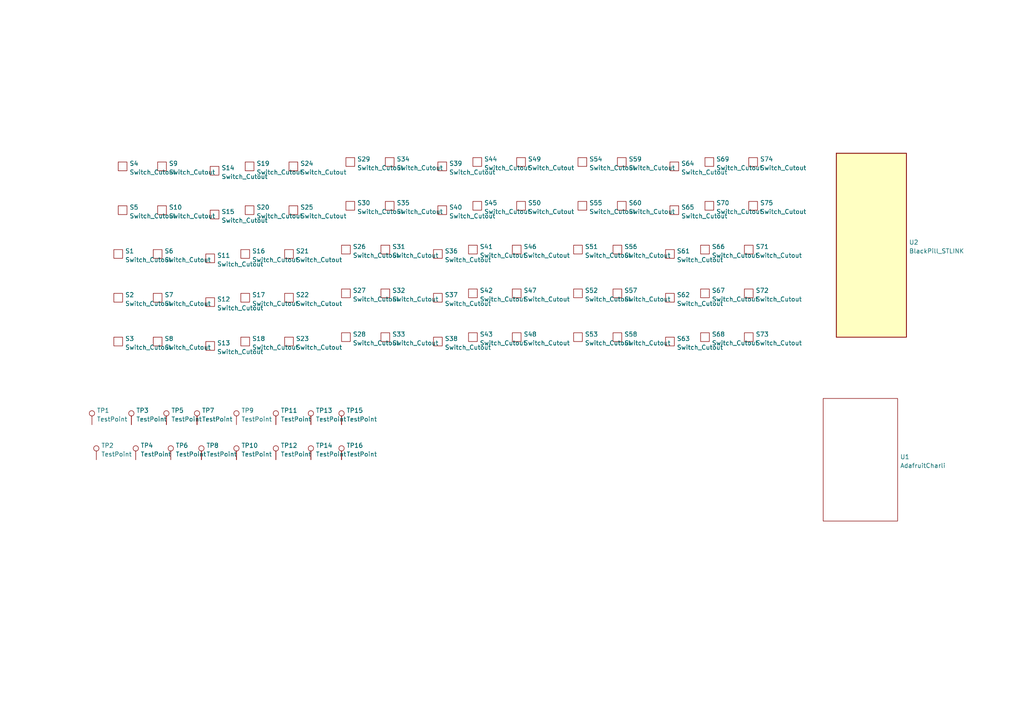
<source format=kicad_sch>
(kicad_sch (version 20211123) (generator eeschema)
  (paper "A4")
  (lib_symbols
    (symbol "Connector:TestPoint" (pin_numbers hide) (pin_names (offset 0.762) hide)
      (property "Reference" "TP" (at 0 6.858 0))
      (property "Value" "TestPoint" (at 0 5.08 0))
      (symbol "TestPoint_0_1"
        (circle (center 0 3.302) (radius 0.762))
      )
      (symbol "TestPoint_1_1"
        (pin passive line (at 0 0 90) (length 2.54) (name "1") (number "1"))
      )
    )
    (symbol "Kailh:Switch_Cutout"
      (property "Reference" "S" (at 0 5.08 0))
      (property "Value" "Switch_Cutout" (at 0 -2.54 0))
      (symbol "Switch_Cutout_0_1"
        (rectangle (start -1.27 1.27) (end 1.27 -1.27) (stroke (width 0.1524)))
      )
    )
    (symbol "kailh-local:AdafruitCharli"
      (property "Reference" "U" (at 0 21.59 0))
      (property "Value" "AdafruitCharli" (at -1.27 -26.67 0))
      (symbol "AdafruitCharli_0_1"
        (rectangle (start -11.43 -22.86) (end 10.16 12.7) (stroke (width 0.1524)))
      )
    )
    (symbol "kailh-local:BlackPill_STLINK"
      (property "Reference" "U" (at 4.5594 -27.5495 0))
      (property "Value" "BlackPill_STLINK" (at 4.5594 -30.3246 0))
      (symbol "BlackPill_STLINK_0_1"
        (rectangle (start -10.16 27.94) (end 10.16 -25.4) (stroke (width 0.254)) (fill (type background)))
      )
    )
  )
  (symbol (lib_id "Connector:TestPoint") (at 58.42 133.35 0) (unit 1)
    (property "Reference" "TP8" (at 59.817 129.2133 0) (effects (justify left)))
    (property "Value" "TestPoint" (at 59.817 131.7502 0) (effects (justify left)))
    (property "Footprint" "MountingHole:MountingHole_2.2mm_M2_ISO7380_Pad" (effects hide))
  )
  (symbol (lib_id "Kailh:Switch_Cutout") (at 151.13 46.99 0) (unit 1)
    (property "Reference" "S49" (at 153.1112 46.1553 0) (effects (justify left)))
    (property "Value" "Switch_Cutout" (at 153.1112 48.6922 0) (effects (justify left)))
    (property "Footprint" "kailh:SW_Kailh_Choc_Cutout" (effects hide))
  )
  (symbol (lib_id "Kailh:Switch_Cutout") (at 168.91 46.99 0) (unit 1)
    (property "Reference" "S54" (at 170.8912 46.1553 0) (effects (justify left)))
    (property "Value" "Switch_Cutout" (at 170.8912 48.6922 0) (effects (justify left)))
    (property "Footprint" "kailh:SW_Kailh_Choc_Cutout" (effects hide))
  )
  (symbol (lib_id "Kailh:Switch_Cutout") (at 218.44 59.69 0) (unit 1)
    (property "Reference" "S75" (at 220.4212 58.8553 0) (effects (justify left)))
    (property "Value" "Switch_Cutout" (at 220.4212 61.3922 0) (effects (justify left)))
    (property "Footprint" "kailh:SW_Kailh_Choc_Cutout" (effects hide))
  )
  (symbol (lib_id "Kailh:Switch_Cutout") (at 137.16 97.79 0) (unit 1)
    (property "Reference" "S43" (at 139.1412 96.9553 0) (effects (justify left)))
    (property "Value" "Switch_Cutout" (at 139.1412 99.4922 0) (effects (justify left)))
    (property "Footprint" "kailh:SW_Kailh_Choc_Cutout" (effects hide))
  )
  (symbol (lib_id "Connector:TestPoint") (at 80.01 123.19 0) (unit 1)
    (property "Reference" "TP11" (at 81.407 119.0533 0) (effects (justify left)))
    (property "Value" "TestPoint" (at 81.407 121.5902 0) (effects (justify left)))
    (property "Footprint" "MountingHole:MountingHole_2.2mm_M2_ISO7380_Pad" (effects hide))
  )
  (symbol (lib_id "Kailh:Switch_Cutout") (at 167.64 72.39 0) (unit 1)
    (property "Reference" "S51" (at 169.6212 71.5553 0) (effects (justify left)))
    (property "Value" "Switch_Cutout" (at 169.6212 74.0922 0) (effects (justify left)))
    (property "Footprint" "kailh:SW_Kailh_Choc_Cutout" (effects hide))
  )
  (symbol (lib_id "Connector:TestPoint") (at 39.37 133.35 0) (unit 1)
    (property "Reference" "TP4" (at 40.767 129.2133 0) (effects (justify left)))
    (property "Value" "TestPoint" (at 40.767 131.7502 0) (effects (justify left)))
    (property "Footprint" "MountingHole:MountingHole_2.2mm_M2_ISO7380_Pad" (effects hide))
  )
  (symbol (lib_id "Connector:TestPoint") (at 80.01 133.35 0) (unit 1)
    (property "Reference" "TP12" (at 81.407 129.2133 0) (effects (justify left)))
    (property "Value" "TestPoint" (at 81.407 131.7502 0) (effects (justify left)))
    (property "Footprint" "MountingHole:MountingHole_2.2mm_M2_ISO7380_Pad" (effects hide))
  )
  (symbol (lib_id "Kailh:Switch_Cutout") (at 100.33 85.09 0) (unit 1)
    (property "Reference" "S27" (at 102.3112 84.2553 0) (effects (justify left)))
    (property "Value" "Switch_Cutout" (at 102.3112 86.7922 0) (effects (justify left)))
    (property "Footprint" "kailh:SW_Kailh_Choc_Cutout" (effects hide))
  )
  (symbol (lib_id "Kailh:Switch_Cutout") (at 34.29 99.06 0) (unit 1)
    (property "Reference" "S3" (at 36.2712 98.2253 0) (effects (justify left)))
    (property "Value" "Switch_Cutout" (at 36.2712 100.7622 0) (effects (justify left)))
    (property "Footprint" "kailh:SW_Kailh_Choc_Cutout" (effects hide))
  )
  (symbol (lib_id "Kailh:Switch_Cutout") (at 204.47 72.39 0) (unit 1)
    (property "Reference" "S66" (at 206.4512 71.5553 0) (effects (justify left)))
    (property "Value" "Switch_Cutout" (at 206.4512 74.0922 0) (effects (justify left)))
    (property "Footprint" "kailh:SW_Kailh_Choc_Cutout" (effects hide))
  )
  (symbol (lib_id "Kailh:Switch_Cutout") (at 71.12 99.06 0) (unit 1)
    (property "Reference" "S18" (at 73.1012 98.2253 0) (effects (justify left)))
    (property "Value" "Switch_Cutout" (at 73.1012 100.7622 0) (effects (justify left)))
    (property "Footprint" "kailh:SW_Kailh_Choc_Cutout" (effects hide))
  )
  (symbol (lib_id "Kailh:Switch_Cutout") (at 45.72 73.66 0) (unit 1)
    (property "Reference" "S6" (at 47.7012 72.8253 0) (effects (justify left)))
    (property "Value" "Switch_Cutout" (at 47.7012 75.3622 0) (effects (justify left)))
    (property "Footprint" "kailh:SW_Kailh_Choc_Cutout" (effects hide))
  )
  (symbol (lib_id "Kailh:Switch_Cutout") (at 100.33 72.39 0) (unit 1)
    (property "Reference" "S26" (at 102.3112 71.5553 0) (effects (justify left)))
    (property "Value" "Switch_Cutout" (at 102.3112 74.0922 0) (effects (justify left)))
    (property "Footprint" "kailh:SW_Kailh_Choc_Cutout" (effects hide))
  )
  (symbol (lib_id "Kailh:Switch_Cutout") (at 137.16 72.39 0) (unit 1)
    (property "Reference" "S41" (at 139.1412 71.5553 0) (effects (justify left)))
    (property "Value" "Switch_Cutout" (at 139.1412 74.0922 0) (effects (justify left)))
    (property "Footprint" "kailh:SW_Kailh_Choc_Cutout" (effects hide))
  )
  (symbol (lib_id "Kailh:Switch_Cutout") (at 167.64 97.79 0) (unit 1)
    (property "Reference" "S53" (at 169.6212 96.9553 0) (effects (justify left)))
    (property "Value" "Switch_Cutout" (at 169.6212 99.4922 0) (effects (justify left)))
    (property "Footprint" "kailh:SW_Kailh_Choc_Cutout" (effects hide))
  )
  (symbol (lib_id "Kailh:Switch_Cutout") (at 217.17 97.79 0) (unit 1)
    (property "Reference" "S73" (at 219.1512 96.9553 0) (effects (justify left)))
    (property "Value" "Switch_Cutout" (at 219.1512 99.4922 0) (effects (justify left)))
    (property "Footprint" "kailh:SW_Kailh_Choc_Cutout" (effects hide))
  )
  (symbol (lib_id "Kailh:Switch_Cutout") (at 62.23 62.23 0) (unit 1)
    (property "Reference" "S15" (at 64.2112 61.3953 0) (effects (justify left)))
    (property "Value" "Switch_Cutout" (at 64.2112 63.9322 0) (effects (justify left)))
    (property "Footprint" "kailh:SW_Kailh_Choc_Cutout" (effects hide))
  )
  (symbol (lib_id "Kailh:Switch_Cutout") (at 72.39 60.96 0) (unit 1)
    (property "Reference" "S20" (at 74.3712 60.1253 0) (effects (justify left)))
    (property "Value" "Switch_Cutout" (at 74.3712 62.6622 0) (effects (justify left)))
    (property "Footprint" "kailh:SW_Kailh_Choc_Cutout" (effects hide))
  )
  (symbol (lib_id "Connector:TestPoint") (at 68.58 133.35 0) (unit 1)
    (property "Reference" "TP10" (at 69.977 129.2133 0) (effects (justify left)))
    (property "Value" "TestPoint" (at 69.977 131.7502 0) (effects (justify left)))
    (property "Footprint" "MountingHole:MountingHole_2.2mm_M2_ISO7380_Pad" (effects hide))
  )
  (symbol (lib_id "Kailh:Switch_Cutout") (at 138.43 46.99 0) (unit 1)
    (property "Reference" "S44" (at 140.4112 46.1553 0) (effects (justify left)))
    (property "Value" "Switch_Cutout" (at 140.4112 48.6922 0) (effects (justify left)))
    (property "Footprint" "kailh:SW_Kailh_Choc_Cutout" (effects hide))
  )
  (symbol (lib_id "Kailh:Switch_Cutout") (at 83.82 73.66 0) (unit 1)
    (property "Reference" "S21" (at 85.8012 72.8253 0) (effects (justify left)))
    (property "Value" "Switch_Cutout" (at 85.8012 75.3622 0) (effects (justify left)))
    (property "Footprint" "kailh:SW_Kailh_Choc_Cutout" (effects hide))
  )
  (symbol (lib_id "Kailh:Switch_Cutout") (at 167.64 85.09 0) (unit 1)
    (property "Reference" "S52" (at 169.6212 84.2553 0) (effects (justify left)))
    (property "Value" "Switch_Cutout" (at 169.6212 86.7922 0) (effects (justify left)))
    (property "Footprint" "kailh:SW_Kailh_Choc_Cutout" (effects hide))
  )
  (symbol (lib_id "Kailh:Switch_Cutout") (at 127 73.66 0) (unit 1)
    (property "Reference" "S36" (at 128.9812 72.8253 0) (effects (justify left)))
    (property "Value" "Switch_Cutout" (at 128.9812 75.3622 0) (effects (justify left)))
    (property "Footprint" "kailh:SW_Kailh_Choc_Cutout" (effects hide))
  )
  (symbol (lib_id "Kailh:Switch_Cutout") (at 149.86 97.79 0) (unit 1)
    (property "Reference" "S48" (at 151.8412 96.9553 0) (effects (justify left)))
    (property "Value" "Switch_Cutout" (at 151.8412 99.4922 0) (effects (justify left)))
    (property "Footprint" "kailh:SW_Kailh_Choc_Cutout" (effects hide))
  )
  (symbol (lib_id "Kailh:Switch_Cutout") (at 85.09 48.26 0) (unit 1)
    (property "Reference" "S24" (at 87.0712 47.4253 0) (effects (justify left)))
    (property "Value" "Switch_Cutout" (at 87.0712 49.9622 0) (effects (justify left)))
    (property "Footprint" "kailh:SW_Kailh_Choc_Cutout" (effects hide))
  )
  (symbol (lib_id "Kailh:Switch_Cutout") (at 46.99 60.96 0) (unit 1)
    (property "Reference" "S10" (at 48.9712 60.1253 0) (effects (justify left)))
    (property "Value" "Switch_Cutout" (at 48.9712 62.6622 0) (effects (justify left)))
    (property "Footprint" "kailh:SW_Kailh_Choc_Cutout" (effects hide))
  )
  (symbol (lib_id "Kailh:Switch_Cutout") (at 180.34 59.69 0) (unit 1)
    (property "Reference" "S60" (at 182.3212 58.8553 0) (effects (justify left)))
    (property "Value" "Switch_Cutout" (at 182.3212 61.3922 0) (effects (justify left)))
    (property "Footprint" "kailh:SW_Kailh_Choc_Cutout" (effects hide))
  )
  (symbol (lib_id "Kailh:Switch_Cutout") (at 179.07 85.09 0) (unit 1)
    (property "Reference" "S57" (at 181.0512 84.2553 0) (effects (justify left)))
    (property "Value" "Switch_Cutout" (at 181.0512 86.7922 0) (effects (justify left)))
    (property "Footprint" "kailh:SW_Kailh_Choc_Cutout" (effects hide))
  )
  (symbol (lib_id "Kailh:Switch_Cutout") (at 71.12 86.36 0) (unit 1)
    (property "Reference" "S17" (at 73.1012 85.5253 0) (effects (justify left)))
    (property "Value" "Switch_Cutout" (at 73.1012 88.0622 0) (effects (justify left)))
    (property "Footprint" "kailh:SW_Kailh_Choc_Cutout" (effects hide))
  )
  (symbol (lib_id "Kailh:Switch_Cutout") (at 45.72 86.36 0) (unit 1)
    (property "Reference" "S7" (at 47.7012 85.5253 0) (effects (justify left)))
    (property "Value" "Switch_Cutout" (at 47.7012 88.0622 0) (effects (justify left)))
    (property "Footprint" "kailh:SW_Kailh_Choc_Cutout" (effects hide))
  )
  (symbol (lib_id "Kailh:Switch_Cutout") (at 127 99.06 0) (unit 1)
    (property "Reference" "S38" (at 128.9812 98.2253 0) (effects (justify left)))
    (property "Value" "Switch_Cutout" (at 128.9812 100.7622 0) (effects (justify left)))
    (property "Footprint" "kailh:SW_Kailh_Choc_Cutout" (effects hide))
  )
  (symbol (lib_id "Kailh:Switch_Cutout") (at 195.58 48.26 0) (unit 1)
    (property "Reference" "S64" (at 197.5612 47.4253 0) (effects (justify left)))
    (property "Value" "Switch_Cutout" (at 197.5612 49.9622 0) (effects (justify left)))
    (property "Footprint" "kailh:SW_Kailh_Choc_Cutout" (effects hide))
  )
  (symbol (lib_id "Kailh:Switch_Cutout") (at 205.74 59.69 0) (unit 1)
    (property "Reference" "S70" (at 207.7212 58.8553 0) (effects (justify left)))
    (property "Value" "Switch_Cutout" (at 207.7212 61.3922 0) (effects (justify left)))
    (property "Footprint" "kailh:SW_Kailh_Choc_Cutout" (effects hide))
  )
  (symbol (lib_id "Kailh:Switch_Cutout") (at 194.31 73.66 0) (unit 1)
    (property "Reference" "S61" (at 196.2912 72.8253 0) (effects (justify left)))
    (property "Value" "Switch_Cutout" (at 196.2912 75.3622 0) (effects (justify left)))
    (property "Footprint" "kailh:SW_Kailh_Choc_Cutout" (effects hide))
  )
  (symbol (lib_id "Connector:TestPoint") (at 99.06 133.35 0) (unit 1)
    (property "Reference" "TP16" (at 100.457 129.2133 0) (effects (justify left)))
    (property "Value" "TestPoint" (at 100.457 131.7502 0) (effects (justify left)))
    (property "Footprint" "MountingHole:MountingHole_2.2mm_M2_ISO7380_Pad" (effects hide))
  )
  (symbol (lib_id "Kailh:Switch_Cutout") (at 180.34 46.99 0) (unit 1)
    (property "Reference" "S59" (at 182.3212 46.1553 0) (effects (justify left)))
    (property "Value" "Switch_Cutout" (at 182.3212 48.6922 0) (effects (justify left)))
    (property "Footprint" "kailh:SW_Kailh_Choc_Cutout" (effects hide))
  )
  (symbol (lib_id "Kailh:Switch_Cutout") (at 111.76 85.09 0) (unit 1)
    (property "Reference" "S32" (at 113.7412 84.2553 0) (effects (justify left)))
    (property "Value" "Switch_Cutout" (at 113.7412 86.7922 0) (effects (justify left)))
    (property "Footprint" "kailh:SW_Kailh_Choc_Cutout" (effects hide))
  )
  (symbol (lib_id "Kailh:Switch_Cutout") (at 34.29 73.66 0) (unit 1)
    (property "Reference" "S1" (at 36.2712 72.8253 0) (effects (justify left)))
    (property "Value" "Switch_Cutout" (at 36.2712 75.3622 0) (effects (justify left)))
    (property "Footprint" "kailh:SW_Kailh_Choc_Cutout" (effects hide))
  )
  (symbol (lib_id "Kailh:Switch_Cutout") (at 151.13 59.69 0) (unit 1)
    (property "Reference" "S50" (at 153.1112 58.8553 0) (effects (justify left)))
    (property "Value" "Switch_Cutout" (at 153.1112 61.3922 0) (effects (justify left)))
    (property "Footprint" "kailh:SW_Kailh_Choc_Cutout" (effects hide))
  )
  (symbol (lib_id "Kailh:Switch_Cutout") (at 204.47 85.09 0) (unit 1)
    (property "Reference" "S67" (at 206.4512 84.2553 0) (effects (justify left)))
    (property "Value" "Switch_Cutout" (at 206.4512 86.7922 0) (effects (justify left)))
    (property "Footprint" "kailh:SW_Kailh_Choc_Cutout" (effects hide))
  )
  (symbol (lib_id "Kailh:Switch_Cutout") (at 60.96 87.63 0) (unit 1)
    (property "Reference" "S12" (at 62.9412 86.7953 0) (effects (justify left)))
    (property "Value" "Switch_Cutout" (at 62.9412 89.3322 0) (effects (justify left)))
    (property "Footprint" "kailh:SW_Kailh_Choc_Cutout" (effects hide))
  )
  (symbol (lib_id "Kailh:Switch_Cutout") (at 111.76 97.79 0) (unit 1)
    (property "Reference" "S33" (at 113.7412 96.9553 0) (effects (justify left)))
    (property "Value" "Switch_Cutout" (at 113.7412 99.4922 0) (effects (justify left)))
    (property "Footprint" "kailh:SW_Kailh_Choc_Cutout" (effects hide))
  )
  (symbol (lib_id "Kailh:Switch_Cutout") (at 113.03 46.99 0) (unit 1)
    (property "Reference" "S34" (at 115.0112 46.1553 0) (effects (justify left)))
    (property "Value" "Switch_Cutout" (at 115.0112 48.6922 0) (effects (justify left)))
    (property "Footprint" "kailh:SW_Kailh_Choc_Cutout" (effects hide))
  )
  (symbol (lib_id "Kailh:Switch_Cutout") (at 218.44 46.99 0) (unit 1)
    (property "Reference" "S74" (at 220.4212 46.1553 0) (effects (justify left)))
    (property "Value" "Switch_Cutout" (at 220.4212 48.6922 0) (effects (justify left)))
    (property "Footprint" "kailh:SW_Kailh_Choc_Cutout" (effects hide))
  )
  (symbol (lib_id "Connector:TestPoint") (at 49.53 133.35 0) (unit 1)
    (property "Reference" "TP6" (at 50.927 129.2133 0) (effects (justify left)))
    (property "Value" "TestPoint" (at 50.927 131.7502 0) (effects (justify left)))
    (property "Footprint" "MountingHole:MountingHole_2.2mm_M2_ISO7380_Pad" (effects hide))
  )
  (symbol (lib_id "Kailh:Switch_Cutout") (at 217.17 72.39 0) (unit 1)
    (property "Reference" "S71" (at 219.1512 71.5553 0) (effects (justify left)))
    (property "Value" "Switch_Cutout" (at 219.1512 74.0922 0) (effects (justify left)))
    (property "Footprint" "kailh:SW_Kailh_Choc_Cutout" (effects hide))
  )
  (symbol (lib_id "Kailh:Switch_Cutout") (at 204.47 97.79 0) (unit 1)
    (property "Reference" "S68" (at 206.4512 96.9553 0) (effects (justify left)))
    (property "Value" "Switch_Cutout" (at 206.4512 99.4922 0) (effects (justify left)))
    (property "Footprint" "kailh:SW_Kailh_Choc_Cutout" (effects hide))
  )
  (symbol (lib_id "Connector:TestPoint") (at 27.94 133.35 0) (unit 1)
    (property "Reference" "TP2" (at 29.337 129.2133 0) (effects (justify left)))
    (property "Value" "TestPoint" (at 29.337 131.7502 0) (effects (justify left)))
    (property "Footprint" "MountingHole:MountingHole_2.2mm_M2_ISO7380_Pad" (effects hide))
  )
  (symbol (lib_id "Kailh:Switch_Cutout") (at 71.12 73.66 0) (unit 1)
    (property "Reference" "S16" (at 73.1012 72.8253 0) (effects (justify left)))
    (property "Value" "Switch_Cutout" (at 73.1012 75.3622 0) (effects (justify left)))
    (property "Footprint" "kailh:SW_Kailh_Choc_Cutout" (effects hide))
  )
  (symbol (lib_id "Kailh:Switch_Cutout") (at 111.76 72.39 0) (unit 1)
    (property "Reference" "S31" (at 113.7412 71.5553 0) (effects (justify left)))
    (property "Value" "Switch_Cutout" (at 113.7412 74.0922 0) (effects (justify left)))
    (property "Footprint" "kailh:SW_Kailh_Choc_Cutout" (effects hide))
  )
  (symbol (lib_id "Kailh:Switch_Cutout") (at 149.86 85.09 0) (unit 1)
    (property "Reference" "S47" (at 151.8412 84.2553 0) (effects (justify left)))
    (property "Value" "Switch_Cutout" (at 151.8412 86.7922 0) (effects (justify left)))
    (property "Footprint" "kailh:SW_Kailh_Choc_Cutout" (effects hide))
  )
  (symbol (lib_id "Connector:TestPoint") (at 68.58 123.19 0) (unit 1)
    (property "Reference" "TP9" (at 69.977 119.0533 0) (effects (justify left)))
    (property "Value" "TestPoint" (at 69.977 121.5902 0) (effects (justify left)))
    (property "Footprint" "MountingHole:MountingHole_2.2mm_M2_ISO7380_Pad" (effects hide))
  )
  (symbol (lib_id "Kailh:Switch_Cutout") (at 85.09 60.96 0) (unit 1)
    (property "Reference" "S25" (at 87.0712 60.1253 0) (effects (justify left)))
    (property "Value" "Switch_Cutout" (at 87.0712 62.6622 0) (effects (justify left)))
    (property "Footprint" "kailh:SW_Kailh_Choc_Cutout" (effects hide))
  )
  (symbol (lib_id "Connector:TestPoint") (at 38.1 123.19 0) (unit 1)
    (property "Reference" "TP3" (at 39.497 119.0533 0) (effects (justify left)))
    (property "Value" "TestPoint" (at 39.497 121.5902 0) (effects (justify left)))
    (property "Footprint" "MountingHole:MountingHole_2.2mm_M2_ISO7380_Pad" (effects hide))
  )
  (symbol (lib_id "Kailh:Switch_Cutout") (at 195.58 60.96 0) (unit 1)
    (property "Reference" "S65" (at 197.5612 60.1253 0) (effects (justify left)))
    (property "Value" "Switch_Cutout" (at 197.5612 62.6622 0) (effects (justify left)))
    (property "Footprint" "kailh:SW_Kailh_Choc_Cutout" (effects hide))
  )
  (symbol (lib_id "Kailh:Switch_Cutout") (at 194.31 86.36 0) (unit 1)
    (property "Reference" "S62" (at 196.2912 85.5253 0) (effects (justify left)))
    (property "Value" "Switch_Cutout" (at 196.2912 88.0622 0) (effects (justify left)))
    (property "Footprint" "kailh:SW_Kailh_Choc_Cutout" (effects hide))
  )
  (symbol (lib_id "Kailh:Switch_Cutout") (at 46.99 48.26 0) (unit 1)
    (property "Reference" "S9" (at 48.9712 47.4253 0) (effects (justify left)))
    (property "Value" "Switch_Cutout" (at 48.9712 49.9622 0) (effects (justify left)))
    (property "Footprint" "kailh:SW_Kailh_Choc_Cutout" (effects hide))
  )
  (symbol (lib_id "Connector:TestPoint") (at 90.17 133.35 0) (unit 1)
    (property "Reference" "TP14" (at 91.567 129.2133 0) (effects (justify left)))
    (property "Value" "TestPoint" (at 91.567 131.7502 0) (effects (justify left)))
    (property "Footprint" "MountingHole:MountingHole_2.2mm_M2_ISO7380_Pad" (effects hide))
  )
  (symbol (lib_id "Connector:TestPoint") (at 99.06 123.19 0) (unit 1)
    (property "Reference" "TP15" (at 100.457 119.0533 0) (effects (justify left)))
    (property "Value" "TestPoint" (at 100.457 121.5902 0) (effects (justify left)))
    (property "Footprint" "MountingHole:MountingHole_2.2mm_M2_ISO7380_Pad" (effects hide))
  )
  (symbol (lib_id "Kailh:Switch_Cutout") (at 83.82 99.06 0) (unit 1)
    (property "Reference" "S23" (at 85.8012 98.2253 0) (effects (justify left)))
    (property "Value" "Switch_Cutout" (at 85.8012 100.7622 0) (effects (justify left)))
    (property "Footprint" "kailh:SW_Kailh_Choc_Cutout" (effects hide))
  )
  (symbol (lib_id "Kailh:Switch_Cutout") (at 138.43 59.69 0) (unit 1)
    (property "Reference" "S45" (at 140.4112 58.8553 0) (effects (justify left)))
    (property "Value" "Switch_Cutout" (at 140.4112 61.3922 0) (effects (justify left)))
    (property "Footprint" "kailh:SW_Kailh_Choc_Cutout" (effects hide))
  )
  (symbol (lib_id "Connector:TestPoint") (at 26.67 123.19 0) (unit 1)
    (property "Reference" "TP1" (at 28.067 119.0533 0) (effects (justify left)))
    (property "Value" "TestPoint" (at 28.067 121.5902 0) (effects (justify left)))
    (property "Footprint" "MountingHole:MountingHole_2.2mm_M2_ISO7380_Pad" (effects hide))
  )
  (symbol (lib_id "Kailh:Switch_Cutout") (at 34.29 86.36 0) (unit 1)
    (property "Reference" "S2" (at 36.2712 85.5253 0) (effects (justify left)))
    (property "Value" "Switch_Cutout" (at 36.2712 88.0622 0) (effects (justify left)))
    (property "Footprint" "kailh:SW_Kailh_Choc_Cutout" (effects hide))
  )
  (symbol (lib_id "kailh-local:BlackPill_STLINK") (at 252.73 72.39 0) (unit 1)
    (property "Reference" "U2" (at 263.652 70.2853 0) (effects (justify left)))
    (property "Value" "BlackPill_STLINK" (at 263.652 72.8222 0) (effects (justify left)))
    (property "Footprint" "kailh:BlackPill_STLINK" (effects hide))
  )
  (symbol (lib_id "Kailh:Switch_Cutout") (at 179.07 97.79 0) (unit 1)
    (property "Reference" "S58" (at 181.0512 96.9553 0) (effects (justify left)))
    (property "Value" "Switch_Cutout" (at 181.0512 99.4922 0) (effects (justify left)))
    (property "Footprint" "kailh:SW_Kailh_Choc_Cutout" (effects hide))
  )
  (symbol (lib_id "Kailh:Switch_Cutout") (at 217.17 85.09 0) (unit 1)
    (property "Reference" "S72" (at 219.1512 84.2553 0) (effects (justify left)))
    (property "Value" "Switch_Cutout" (at 219.1512 86.7922 0) (effects (justify left)))
    (property "Footprint" "kailh:SW_Kailh_Choc_Cutout" (effects hide))
  )
  (symbol (lib_id "kailh-local:AdafruitCharli") (at 250.19 128.27 0) (unit 1)
    (property "Reference" "U1" (at 261.0612 132.5153 0) (effects (justify left)))
    (property "Value" "AdafruitCharli" (at 261.0612 135.0522 0) (effects (justify left)))
    (property "Footprint" "kailh:AdafruitCharliplex" (effects hide))
  )
  (symbol (lib_id "Kailh:Switch_Cutout") (at 35.56 48.26 0) (unit 1)
    (property "Reference" "S4" (at 37.5412 47.4253 0) (effects (justify left)))
    (property "Value" "Switch_Cutout" (at 37.5412 49.9622 0) (effects (justify left)))
    (property "Footprint" "kailh:SW_Kailh_Choc_Cutout" (effects hide))
  )
  (symbol (lib_id "Kailh:Switch_Cutout") (at 101.6 59.69 0) (unit 1)
    (property "Reference" "S30" (at 103.5812 58.8553 0) (effects (justify left)))
    (property "Value" "Switch_Cutout" (at 103.5812 61.3922 0) (effects (justify left)))
    (property "Footprint" "kailh:SW_Kailh_Choc_Cutout" (effects hide))
  )
  (symbol (lib_id "Kailh:Switch_Cutout") (at 100.33 97.79 0) (unit 1)
    (property "Reference" "S28" (at 102.3112 96.9553 0) (effects (justify left)))
    (property "Value" "Switch_Cutout" (at 102.3112 99.4922 0) (effects (justify left)))
    (property "Footprint" "kailh:SW_Kailh_Choc_Cutout" (effects hide))
  )
  (symbol (lib_id "Kailh:Switch_Cutout") (at 101.6 46.99 0) (unit 1)
    (property "Reference" "S29" (at 103.5812 46.1553 0) (effects (justify left)))
    (property "Value" "Switch_Cutout" (at 103.5812 48.6922 0) (effects (justify left)))
    (property "Footprint" "kailh:SW_Kailh_Choc_Cutout" (effects hide))
  )
  (symbol (lib_id "Kailh:Switch_Cutout") (at 62.23 49.53 0) (unit 1)
    (property "Reference" "S14" (at 64.2112 48.6953 0) (effects (justify left)))
    (property "Value" "Switch_Cutout" (at 64.2112 51.2322 0) (effects (justify left)))
    (property "Footprint" "kailh:SW_Kailh_Choc_Cutout" (effects hide))
  )
  (symbol (lib_id "Kailh:Switch_Cutout") (at 60.96 74.93 0) (unit 1)
    (property "Reference" "S11" (at 62.9412 74.0953 0) (effects (justify left)))
    (property "Value" "Switch_Cutout" (at 62.9412 76.6322 0) (effects (justify left)))
    (property "Footprint" "kailh:SW_Kailh_Choc_Cutout" (effects hide))
  )
  (symbol (lib_id "Kailh:Switch_Cutout") (at 72.39 48.26 0) (unit 1)
    (property "Reference" "S19" (at 74.3712 47.4253 0) (effects (justify left)))
    (property "Value" "Switch_Cutout" (at 74.3712 49.9622 0) (effects (justify left)))
    (property "Footprint" "kailh:SW_Kailh_Choc_Cutout" (effects hide))
  )
  (symbol (lib_id "Kailh:Switch_Cutout") (at 127 86.36 0) (unit 1)
    (property "Reference" "S37" (at 128.9812 85.5253 0) (effects (justify left)))
    (property "Value" "Switch_Cutout" (at 128.9812 88.0622 0) (effects (justify left)))
    (property "Footprint" "kailh:SW_Kailh_Choc_Cutout" (effects hide))
  )
  (symbol (lib_id "Kailh:Switch_Cutout") (at 137.16 85.09 0) (unit 1)
    (property "Reference" "S42" (at 139.1412 84.2553 0) (effects (justify left)))
    (property "Value" "Switch_Cutout" (at 139.1412 86.7922 0) (effects (justify left)))
    (property "Footprint" "kailh:SW_Kailh_Choc_Cutout" (effects hide))
  )
  (symbol (lib_id "Kailh:Switch_Cutout") (at 35.56 60.96 0) (unit 1)
    (property "Reference" "S5" (at 37.5412 60.1253 0) (effects (justify left)))
    (property "Value" "Switch_Cutout" (at 37.5412 62.6622 0) (effects (justify left)))
    (property "Footprint" "kailh:SW_Kailh_Choc_Cutout" (effects hide))
  )
  (symbol (lib_id "Kailh:Switch_Cutout") (at 194.31 99.06 0) (unit 1)
    (property "Reference" "S63" (at 196.2912 98.2253 0) (effects (justify left)))
    (property "Value" "Switch_Cutout" (at 196.2912 100.7622 0) (effects (justify left)))
    (property "Footprint" "kailh:SW_Kailh_Choc_Cutout" (effects hide))
  )
  (symbol (lib_id "Kailh:Switch_Cutout") (at 128.27 60.96 0) (unit 1)
    (property "Reference" "S40" (at 130.2512 60.1253 0) (effects (justify left)))
    (property "Value" "Switch_Cutout" (at 130.2512 62.6622 0) (effects (justify left)))
    (property "Footprint" "kailh:SW_Kailh_Choc_Cutout" (effects hide))
  )
  (symbol (lib_id "Kailh:Switch_Cutout") (at 179.07 72.39 0) (unit 1)
    (property "Reference" "S56" (at 181.0512 71.5553 0) (effects (justify left)))
    (property "Value" "Switch_Cutout" (at 181.0512 74.0922 0) (effects (justify left)))
    (property "Footprint" "kailh:SW_Kailh_Choc_Cutout" (effects hide))
  )
  (symbol (lib_id "Kailh:Switch_Cutout") (at 83.82 86.36 0) (unit 1)
    (property "Reference" "S22" (at 85.8012 85.5253 0) (effects (justify left)))
    (property "Value" "Switch_Cutout" (at 85.8012 88.0622 0) (effects (justify left)))
    (property "Footprint" "kailh:SW_Kailh_Choc_Cutout" (effects hide))
  )
  (symbol (lib_id "Connector:TestPoint") (at 90.17 123.19 0) (unit 1)
    (property "Reference" "TP13" (at 91.567 119.0533 0) (effects (justify left)))
    (property "Value" "TestPoint" (at 91.567 121.5902 0) (effects (justify left)))
    (property "Footprint" "MountingHole:MountingHole_2.2mm_M2_ISO7380_Pad" (effects hide))
  )
  (symbol (lib_id "Connector:TestPoint") (at 48.26 123.19 0) (unit 1)
    (property "Reference" "TP5" (at 49.657 119.0533 0) (effects (justify left)))
    (property "Value" "TestPoint" (at 49.657 121.5902 0) (effects (justify left)))
    (property "Footprint" "MountingHole:MountingHole_2.2mm_M2_ISO7380_Pad" (effects hide))
  )
  (symbol (lib_id "Kailh:Switch_Cutout") (at 149.86 72.39 0) (unit 1)
    (property "Reference" "S46" (at 151.8412 71.5553 0) (effects (justify left)))
    (property "Value" "Switch_Cutout" (at 151.8412 74.0922 0) (effects (justify left)))
    (property "Footprint" "kailh:SW_Kailh_Choc_Cutout" (effects hide))
  )
  (symbol (lib_id "Connector:TestPoint") (at 57.15 123.19 0) (unit 1)
    (property "Reference" "TP7" (at 58.547 119.0533 0) (effects (justify left)))
    (property "Value" "TestPoint" (at 58.547 121.5902 0) (effects (justify left)))
    (property "Footprint" "MountingHole:MountingHole_2.2mm_M2_ISO7380_Pad" (effects hide))
  )
  (symbol (lib_id "Kailh:Switch_Cutout") (at 128.27 48.26 0) (unit 1)
    (property "Reference" "S39" (at 130.2512 47.4253 0) (effects (justify left)))
    (property "Value" "Switch_Cutout" (at 130.2512 49.9622 0) (effects (justify left)))
    (property "Footprint" "kailh:SW_Kailh_Choc_Cutout" (effects hide))
  )
  (symbol (lib_id "Kailh:Switch_Cutout") (at 168.91 59.69 0) (unit 1)
    (property "Reference" "S55" (at 170.8912 58.8553 0) (effects (justify left)))
    (property "Value" "Switch_Cutout" (at 170.8912 61.3922 0) (effects (justify left)))
    (property "Footprint" "kailh:SW_Kailh_Choc_Cutout" (effects hide))
  )
  (symbol (lib_id "Kailh:Switch_Cutout") (at 113.03 59.69 0) (unit 1)
    (property "Reference" "S35" (at 115.0112 58.8553 0) (effects (justify left)))
    (property "Value" "Switch_Cutout" (at 115.0112 61.3922 0) (effects (justify left)))
    (property "Footprint" "kailh:SW_Kailh_Choc_Cutout" (effects hide))
  )
  (symbol (lib_id "Kailh:Switch_Cutout") (at 45.72 99.06 0) (unit 1)
    (property "Reference" "S8" (at 47.7012 98.2253 0) (effects (justify left)))
    (property "Value" "Switch_Cutout" (at 47.7012 100.7622 0) (effects (justify left)))
    (property "Footprint" "kailh:SW_Kailh_Choc_Cutout" (effects hide))
  )
  (symbol (lib_id "Kailh:Switch_Cutout") (at 60.96 100.33 0) (unit 1)
    (property "Reference" "S13" (at 62.9412 99.4953 0) (effects (justify left)))
    (property "Value" "Switch_Cutout" (at 62.9412 102.0322 0) (effects (justify left)))
    (property "Footprint" "kailh:SW_Kailh_Choc_Cutout" (effects hide))
  )
  (symbol (lib_id "Kailh:Switch_Cutout") (at 205.74 46.99 0) (unit 1)
    (property "Reference" "S69" (at 207.7212 46.1553 0) (effects (justify left)))
    (property "Value" "Switch_Cutout" (at 207.7212 48.6922 0) (effects (justify left)))
    (property "Footprint" "kailh:SW_Kailh_Choc_Cutout" (effects hide))
  )
)
</source>
